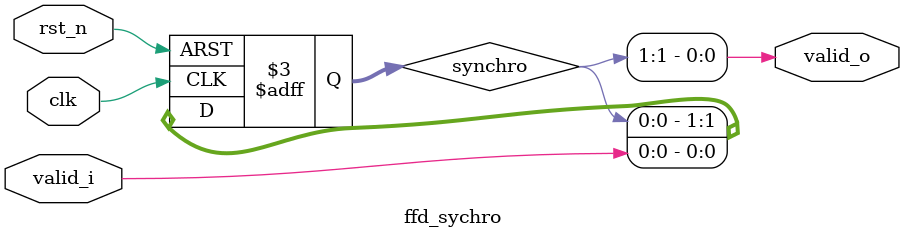
<source format=v>
module ffd_sychro(
    input  clk,
    input  rst_n,
    input  valid_i,
    output valid_o
);

reg[1:0]synchro;
always@(posedge clk or negedge rst_n)begin
    if(!rst_n)
        synchro <= 2'd0;
    else
        synchro <= {synchro[0],valid_i};
end

assign valid_o = synchro[1];

endmodule



</source>
